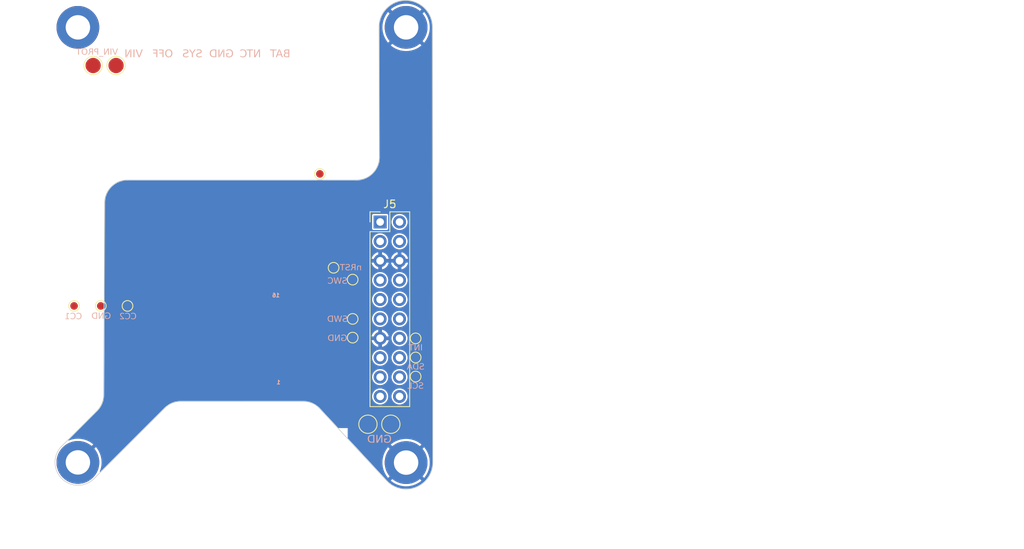
<source format=kicad_pcb>
(kicad_pcb (version 20240108) (generator "pcbnew") (generator_version "8.0")
  (layers (0 "F.Cu" signal) (31 "B.Cu" signal) (34 "B.Paste" user) (35 "F.Paste" user) (36 "B.SilkS" user "B.Silkscreen") (37 "F.SilkS" user "F.Silkscreen") (38 "B.Mask" user) (39 "F.Mask" user) (44 "Edge.Cuts" user))
  (net 0 "")
  (net 1 "GND")
  (net 2 "SYS")
  (net 3 "+VDC")
  (net 4 "/I2C_INT")
  (net 5 "/SDA")
  (net 6 "/SCL")
  (net 7 "/GLOB_~{OFF}")
  (net 8 "/PWRBRD_RX")
  (net 9 "/5V_PG")
  (net 10 "/PWRBRD_TX")
  (net 11 "/PWRBRD_BOOT")
  (net 12 "VMCU")
  (net 13 "VPWR")
  (net 14 "/PY32_nRST")
  (net 15 "/PY32_SWD")
  (net 16 "/PY32_SWC")
  (net 17 "/CC2")
  (net 18 "/CC1")
  (footprint "TestPoint:TestPoint_Pad_D1.0mm" (layer "F.Cu") (at 95.75 97.75)
    (property "Reference" "TP9" (hide yes))
    (property "Value" "TestPoint")
    (fp_circle (center 0 0) (end 0 0.7) (stroke (width 0.12)) (fill none) (layer "F.SilkS"))
    (pad "1" smd circle (at 0 0) (size 1 1) (layers "F.Cu" "F.Mask") (net 6 "/SCL"))
  )
  (footprint "TestPoint:TestPoint_Pad_D1.0mm" (layer "F.Cu") (at 95.75 92.75)
    (property "Reference" "TP10" (hide yes))
    (property "Value" "TestPoint")
    (fp_circle (center 0 0) (end 0 0.7) (stroke (width 0.12)) (fill none) (layer "F.SilkS"))
    (pad "1" smd circle (at 0 0) (size 1 1) (layers "F.Cu" "F.Mask") (net 4 "/I2C_INT"))
  )
  (footprint "TestPoint:TestPoint_Pad_D1.0mm" (layer "F.Cu") (at 54.5 88.5)
    (property "Reference" "TP7" (hide yes))
    (property "Value" "TestPoint")
    (fp_circle (center 0 0) (end 0 0.7) (stroke (width 0.12)) (fill none) (layer "F.SilkS"))
    (pad "1" smd circle (at 0 0) (size 1 1) (layers "F.Cu" "F.Mask") (net 1 "GND"))
  )
  (footprint "TestPoint:TestPoint_Pad_D1.0mm" (layer "F.Cu") (at 87.5 85.05)
    (property "Reference" "TP12" (hide yes))
    (property "Value" "TestPoint")
    (fp_circle (center 0 0) (end 0 0.7) (stroke (width 0.12)) (fill none) (layer "F.SilkS"))
    (pad "1" smd circle (at 0 0) (size 1 1) (layers "F.Cu" "F.Mask") (net 16 "/PY32_SWC"))
  )
  (footprint "TestPoint:TestPoint_Pad_D1.0mm" (layer "F.Cu") (at 58 88.5)
    (property "Reference" "TP6" (hide yes))
    (property "Value" "TestPoint")
    (fp_circle (center 0 0) (end 0 0.7) (stroke (width 0.12)) (fill none) (layer "F.SilkS"))
    (pad "1" smd circle (at 0 0) (size 1 1) (layers "F.Cu" "F.Mask") (net 17 "/CC2"))
  )
  (footprint "TestPoint:TestPoint_Pad_D2.0mm" (layer "F.Cu") (at 92.5 104)
    (property "Reference" "TP1" (hide yes))
    (property "Value" "TestPoint")
    (fp_circle (center 0 0) (end 0 1.2) (stroke (width 0.12)) (fill none) (layer "F.SilkS"))
    (pad "1" smd circle (at 0 0) (size 2 2) (layers "F.Cu" "F.Mask") (net 1 "GND"))
  )
  (footprint "TestPoint:TestPoint_Pad_D1.0mm" (layer "F.Cu") (at 95.75 95.25)
    (property "Reference" "TP8" (hide yes))
    (property "Value" "TestPoint")
    (fp_circle (center 0 0) (end 0 0.7) (stroke (width 0.12)) (fill none) (layer "F.SilkS"))
    (pad "1" smd circle (at 0 0) (size 1 1) (layers "F.Cu" "F.Mask") (net 5 "/SDA"))
  )
  (footprint "TestPoint:TestPoint_Pad_D2.0mm" (layer "F.Cu") (at 53.5 57)
    (property "Reference" "TP15" (hide yes))
    (property "Value" "TestPoint")
    (fp_circle (center 0 0) (end 0 1.2) (stroke (width 0.12)) (fill none) (layer "F.SilkS"))
    (pad "1" smd circle (at 0 0) (size 2 2) (layers "F.Cu" "F.Mask") (net 3 "+VDC"))
  )
  (footprint "Connector_PinHeader_2.54mm:PinHeader_2x10_P2.54mm_Vertical" (layer "F.Cu") (at 91.1 77.5)
    (property "Reference" "J5" (at 1.27 -2.33 0) (layer "F.SilkS"))
    (property "Value" "EXT_IFACE")
    (fp_line (start -1.33 -1.33) (end 0 -1.33) (stroke (width 0.12)) (layer "F.SilkS"))
    (fp_line (start -1.33 0) (end -1.33 -1.33) (stroke (width 0.12)) (layer "F.SilkS"))
    (fp_line (start -1.33 1.27) (end -1.33 24.19) (stroke (width 0.12)) (layer "F.SilkS"))
    (fp_line (start -1.33 1.27) (end 1.27 1.27) (stroke (width 0.12)) (layer "F.SilkS"))
    (fp_line (start -1.33 24.19) (end 3.87 24.19) (stroke (width 0.12)) (layer "F.SilkS"))
    (fp_line (start 1.27 -1.33) (end 3.87 -1.33) (stroke (width 0.12)) (layer "F.SilkS"))
    (fp_line (start 1.27 1.27) (end 1.27 -1.33) (stroke (width 0.12)) (layer "F.SilkS"))
    (fp_line (start 3.87 -1.33) (end 3.87 24.19) (stroke (width 0.12)) (layer "F.SilkS"))
    (pad "1" thru_hole rect (at 0 0) (size 1.7 1.7) (drill 1) (layers "*.Cu" "*.Mask") (net 3 "+VDC"))
    (pad "2" thru_hole oval (at 2.54 0) (size 1.7 1.7) (drill 1) (layers "*.Cu" "*.Mask") (net 3 "+VDC"))
    (pad "3" thru_hole oval (at 0 2.54) (size 1.7 1.7) (drill 1) (layers "*.Cu" "*.Mask") (net 2 "SYS"))
    (pad "4" thru_hole oval (at 2.54 2.54) (size 1.7 1.7) (drill 1) (layers "*.Cu" "*.Mask") (net 2 "SYS"))
    (pad "5" thru_hole oval (at 0 5.08) (size 1.7 1.7) (drill 1) (layers "*.Cu" "*.Mask") (net 1 "GND"))
    (pad "6" thru_hole oval (at 2.54 5.08) (size 1.7 1.7) (drill 1) (layers "*.Cu" "*.Mask") (net 1 "GND"))
    (pad "7" thru_hole oval (at 0 7.62) (size 1.7 1.7) (drill 1) (layers "*.Cu" "*.Mask") (net 16 "/PY32_SWC"))
    (pad "8" thru_hole oval (at 2.54 7.62) (size 1.7 1.7) (drill 1) (layers "*.Cu" "*.Mask") (net 14 "/PY32_nRST"))
    (pad "9" thru_hole oval (at 0 10.16) (size 1.7 1.7) (drill 1) (layers "*.Cu" "*.Mask") (net 13 "VPWR"))
    (pad "10" thru_hole oval (at 2.54 10.16) (size 1.7 1.7) (drill 1) (layers "*.Cu" "*.Mask") (net 13 "VPWR"))
    (pad "11" thru_hole oval (at 0 12.7) (size 1.7 1.7) (drill 1) (layers "*.Cu" "*.Mask") (net 15 "/PY32_SWD"))
    (pad "12" thru_hole oval (at 2.54 12.7) (size 1.7 1.7) (drill 1) (layers "*.Cu" "*.Mask") (net 11 "/PWRBRD_BOOT"))
    (pad "13" thru_hole oval (at 0 15.24) (size 1.7 1.7) (drill 1) (layers "*.Cu" "*.Mask") (net 1 "GND"))
    (pad "14" thru_hole oval (at 2.54 15.24) (size 1.7 1.7) (drill 1) (layers "*.Cu" "*.Mask") (net 4 "/I2C_INT"))
    (pad "15" thru_hole oval (at 0 17.78) (size 1.7 1.7) (drill 1) (layers "*.Cu" "*.Mask") (net 10 "/PWRBRD_TX"))
    (pad "16" thru_hole oval (at 2.54 17.78) (size 1.7 1.7) (drill 1) (layers "*.Cu" "*.Mask") (net 5 "/SDA"))
    (pad "17" thru_hole oval (at 0 20.32) (size 1.7 1.7) (drill 1) (layers "*.Cu" "*.Mask") (net 8 "/PWRBRD_RX"))
    (pad "18" thru_hole oval (at 2.54 20.32) (size 1.7 1.7) (drill 1) (layers "*.Cu" "*.Mask") (net 6 "/SCL"))
    (pad "19" thru_hole oval (at 0 22.86) (size 1.7 1.7) (drill 1) (layers "*.Cu" "*.Mask") (net 7 "/GLOB_~{OFF}"))
    (pad "20" thru_hole oval (at 2.54 22.86) (size 1.7 1.7) (drill 1) (layers "*.Cu" "*.Mask") (net 12 "VMCU"))
  )
  (footprint "TestPoint:TestPoint_Pad_D1.0mm" (layer "F.Cu") (at 83.2 71.2)
    (property "Reference" "TP2" (hide yes))
    (property "Value" "TestPoint")
    (fp_circle (center 0 0) (end 0 0.7) (stroke (width 0.12)) (fill none) (layer "F.SilkS"))
    (pad "1" smd circle (at 0 0) (size 1 1) (layers "F.Cu" "F.Mask") (net 9 "/5V_PG"))
  )
  (footprint "TestPoint:TestPoint_Pad_D1.0mm" (layer "F.Cu") (at 87.5 90.2)
    (property "Reference" "TP13" (hide yes))
    (property "Value" "TestPoint")
    (fp_circle (center 0 0) (end 0 0.7) (stroke (width 0.12)) (fill none) (layer "F.SilkS"))
    (pad "1" smd circle (at 0 0) (size 1 1) (layers "F.Cu" "F.Mask") (net 15 "/PY32_SWD"))
  )
  (footprint "TestPoint:TestPoint_Pad_D1.0mm" (layer "F.Cu") (at 85 83.5)
    (property "Reference" "TP11" (hide yes))
    (property "Value" "TestPoint")
    (fp_circle (center 0 0) (end 0 0.7) (stroke (width 0.12)) (fill none) (layer "F.SilkS"))
    (pad "1" smd circle (at 0 0) (size 1 1) (layers "F.Cu" "F.Mask") (net 14 "/PY32_nRST"))
  )
  (footprint "TestPoint:TestPoint_Pad_D1.0mm" (layer "F.Cu") (at 87.5 92.65)
    (property "Reference" "TP14" (hide yes))
    (property "Value" "TestPoint")
    (fp_circle (center 0 0) (end 0 0.7) (stroke (width 0.12)) (fill none) (layer "F.SilkS"))
    (pad "1" smd circle (at 0 0) (size 1 1) (layers "F.Cu" "F.Mask") (net 1 "GND"))
  )
  (footprint "MountingHole:MountingHole_3.2mm_M3_DIN965_Pad" (layer "F.Cu") (at 94.5 52)
    (property "Reference" "H2" (hide yes))
    (property "Value" "M3_HOLE")
    (pad "1" thru_hole circle (at 0 0) (size 5.6 5.6) (drill 3.2) (layers "*.Cu" "*.Mask") (net 1 "GND"))
  )
  (footprint "TestPoint:TestPoint_Pad_D2.0mm" (layer "F.Cu") (at 56.5 57 180)
    (property "Reference" "TP4" (hide yes))
    (property "Value" "TestPoint")
    (fp_circle (center 0 0) (end 0 1.2) (stroke (width 0.12)) (fill none) (layer "F.SilkS"))
    (pad "1" smd circle (at 0 0 180) (size 2 2) (layers "F.Cu" "F.Mask") (net 3 "+VDC"))
  )
  (footprint "TestPoint:TestPoint_Pad_D2.0mm" (layer "F.Cu") (at 89.5 104 180)
    (property "Reference" "TP3" (hide yes))
    (property "Value" "TestPoint")
    (fp_circle (center 0 0) (end 0 1.2) (stroke (width 0.12)) (fill none) (layer "F.SilkS"))
    (pad "1" smd circle (at 0 0 180) (size 2 2) (layers "F.Cu" "F.Mask") (net 1 "GND"))
  )
  (footprint "MountingHole:MountingHole_3.2mm_M3_DIN965_Pad" (layer "F.Cu") (at 51.5 109)
    (property "Reference" "H3" (hide yes))
    (property "Value" "M3_HOLE")
    (pad "1" thru_hole circle (at 0 0) (size 5.6 5.6) (drill 3.2) (layers "*.Cu" "*.Mask") (net 1 "GND"))
  )
  (footprint "TestPoint:TestPoint_Pad_D1.0mm" (layer "F.Cu") (at 51 88.5)
    (property "Reference" "TP5" (hide yes))
    (property "Value" "TestPoint")
    (fp_circle (center 0 0) (end 0 0.7) (stroke (width 0.12)) (fill none) (layer "F.SilkS"))
    (pad "1" smd circle (at 0 0) (size 1 1) (layers "F.Cu" "F.Mask") (net 18 "/CC1"))
  )
  (footprint "MountingHole:MountingHole_3.2mm_M3_DIN965_Pad" (layer "F.Cu") (at 51.5 52)
    (property "Reference" "H1" (hide yes))
    (property "Value" "M3_HOLE")
    (pad "1" thru_hole circle (at 0 0) (size 5.6 5.6) (drill 3.2) (layers "*.Cu" "*.Mask") (net 1 "GND"))
  )
  (footprint "MountingHole:MountingHole_3.2mm_M3_DIN965_Pad" (layer "F.Cu") (at 94.5 109.025127)
    (property "Reference" "H4" (hide yes))
    (property "Value" "M3_HOLE")
    (pad "1" thru_hole circle (at 0 0) (size 5.6 5.6) (drill 3.2) (layers "*.Cu" "*.Mask") (net 1 "GND"))
  )
  (gr_arc (start 81 101) (mid 82.14805 101.228361) (end 83.12132 101.878679) (stroke (width 0.1)) (layer "Edge.Cuts"))
  (gr_line (start 91 69) (end 90.951433 51.967028) (stroke (width 0.1)) (layer "Edge.Cuts"))
  (gr_arc (start 53.62132 111.12132) (mid 49.37868 111.12132) (end 49.37868 106.87868) (stroke (width 0.1)) (layer "Edge.Cuts"))
  (gr_arc (start 97.999999 108.999995) (mid 96.974872 111.474868) (end 94.499999 112.499995) (stroke (width 0.1)) (layer "Edge.Cuts"))
  (gr_arc (start 62.87868 101.878679) (mid 63.85195 101.228361) (end 65 101) (stroke (width 0.1)) (layer "Edge.Cuts"))
  (gr_line (start 49.37868 106.87868) (end 54.000001 102.25) (stroke (width 0.1)) (layer "Edge.Cuts"))
  (gr_arc (start 55 75) (mid 55.87868 72.87868) (end 58 72) (stroke (width 0.1)) (layer "Edge.Cuts"))
  (gr_line (start 81 101) (end 73 101) (stroke (width 0.1)) (layer "Edge.Cuts"))
  (gr_arc (start 54.87868 100.12868) (mid 54.650319 101.27673) (end 54.000001 102.25) (stroke (width 0.1)) (layer "Edge.Cuts"))
  (gr_line (start 54.87868 100.12868) (end 55 75) (stroke (width 0.1)) (layer "Edge.Cuts"))
  (gr_arc (start 91 69) (mid 90.12132 71.12132) (end 88 72) (stroke (width 0.1)) (layer "Edge.Cuts"))
  (gr_line (start 92.025124 111.47487) (end 83.12132 101.878679) (stroke (width 0.1)) (layer "Edge.Cuts"))
  (gr_arc (start 94.499999 112.499995) (mid 93.160606 112.233574) (end 92.025124 111.47487) (stroke (width 0.1)) (layer "Edge.Cuts"))
  (gr_arc (start 90.951433 51.967028) (mid 91.97656 49.492155) (end 94.451433 48.467028) (stroke (width 0.1)) (layer "Edge.Cuts"))
  (gr_line (start 97.999999 108.999995) (end 98 101.5) (stroke (width 0.1)) (layer "Edge.Cuts"))
  (gr_line (start 53.62132 111.12132) (end 62.87868 101.878679) (stroke (width 0.1)) (layer "Edge.Cuts"))
  (gr_line (start 58 72) (end 88 72) (stroke (width 0.1)) (layer "Edge.Cuts"))
  (gr_line (start 65 101) (end 73 101) (stroke (width 0.1)) (layer "Edge.Cuts"))
  (gr_line (start 98 101.5) (end 97.951433 51.967028) (stroke (width 0.1)) (layer "Edge.Cuts"))
  (gr_arc (start 94.451433 48.467028) (mid 96.926306 49.492155) (end 97.951433 51.967028) (stroke (width 0.1)) (layer "Edge.Cuts"))
  (gr_text "GND" (at 54.55 89.85 0) (layer "B.SilkS") (effects (font (size 0.8 0.8)) (justify mirror)))
  (gr_text "VIN_PROT" (at 54 55.25 0) (layer "B.SilkS") (effects (font (size 0.8 0.8)) (justify mirror)))
  (gr_text "SWD" (at 85.5 90.25 0) (layer "B.SilkS") (effects (font (size 0.8 0.8)) (justify mirror)))
  (gr_text "SWC" (at 85.5 85.25 0) (layer "B.SilkS") (effects (font (size 0.8 0.8)) (justify mirror)))
  (gr_text "nRST" (at 87.25 83.5 0) (layer "B.SilkS") (effects (font (size 0.8 0.8)) (justify mirror)))
  (gr_text "16" (at 78 87.4 0) (layer "B.SilkS") (effects (font (size 0.5 0.5) (thickness 0.125)) (justify left bottom mirror)))
  (gr_text "VIN" (at 58.8 55.5 0) (layer "B.SilkS") (effects (font (size 1 1)) (justify mirror)))
  (gr_text "BAT" (at 78 55.5 0) (layer "B.SilkS") (effects (font (size 1 1)) (justify mirror)))
  (gr_text "INT" (at 95.75 94 0) (layer "B.SilkS") (effects (font (size 0.8 0.8)) (justify mirror)))
  (gr_text "OFF" (at 62.6 55.5 0) (layer "B.SilkS") (effects (font (size 1 1)) (justify mirror)))
  (gr_text "NTC" (at 74.1 55.5 0) (layer "B.SilkS") (effects (font (size 1 1)) (justify mirror)))
  (gr_text "SDA" (at 95.75 96.5 0) (layer "B.SilkS") (effects (font (size 0.8 0.8)) (justify mirror)))
  (gr_text "CC2" (at 58.05 89.9 0) (layer "B.SilkS") (effects (font (size 0.8 0.8)) (justify mirror)))
  (gr_text "GND" (at 70.3 55.5 0) (layer "B.SilkS") (effects (font (size 1 1)) (justify mirror)))
  (gr_text "GND" (at 91 106 0) (layer "B.SilkS") (effects (font (size 1 1)) (justify mirror)))
  (gr_text "SCL" (at 95.75 99 0) (layer "B.SilkS") (effects (font (size 0.8 0.8)) (justify mirror)))
  (gr_text "SYS" (at 66.5 55.5 0) (layer "B.SilkS") (effects (font (size 1 1)) (justify mirror)))
  (gr_text "CC1" (at 50.9 89.9 0) (layer "B.SilkS") (effects (font (size 0.8 0.8)) (justify mirror)))
  (gr_text "1" (at 78.1 98.8 0) (layer "B.SilkS") (effects (font (size 0.5 0.5) (thickness 0.125)) (justify left bottom mirror)))
  (gr_text "GND" (at 85.5 92.75 0) (layer "B.SilkS") (effects (font (size 0.8 0.8)) (justify mirror)))
  (zone (net 0) (net_name "") (layer "B.Cu") (connect_pads (clearance 0)) (min_thickness 0.25)
    (keepout (tracks allowed) (vias allowed) (pads allowed) (copperpour not_allowed) (footprints allowed))
    (fill (thermal_gap 0.5) (thermal_bridge_width 0.5))
    (polygon (pts (xy 84.45 106.25) (xy 84.45 107.25) (xy 86.85 107.25) (xy 86.85 104.5) (xy 84.45 104.5) (xy 84.45 105.3)))
  )
  (zone (net 1) (net_name "GND") (layer "B.Cu") (connect_pads (clearance 0.2)) (min_thickness 0.15) (fill yes (thermal_gap 0.3) (thermal_bridge_width 0.5))
    (polygon (pts (xy 48 112.5) (xy 48 48.5) (xy 98 48.5) (xy 98 112.5)))
  )
)
</source>
